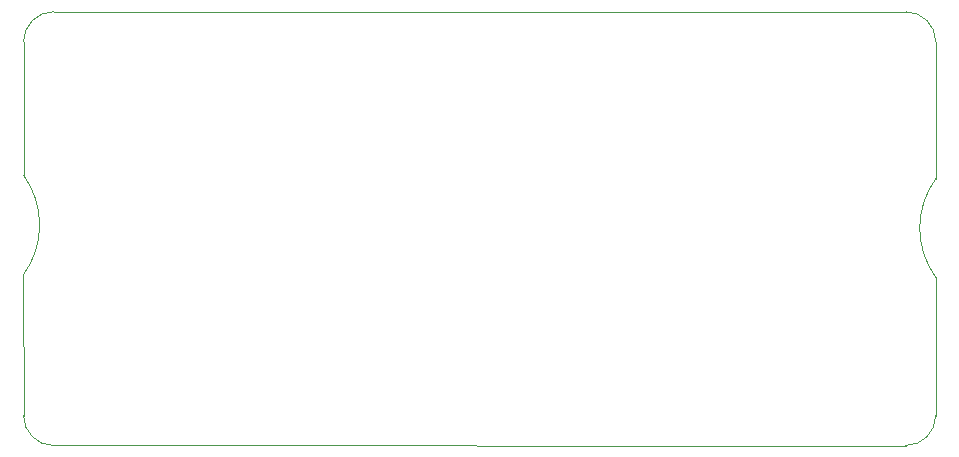
<source format=gm1>
G04 #@! TF.GenerationSoftware,KiCad,Pcbnew,(7.0.0-0)*
G04 #@! TF.CreationDate,2023-03-19T23:12:45+09:00*
G04 #@! TF.ProjectId,SCSIRIDER2TANDEM1,53435349-5249-4444-9552-3254414e4445,rev?*
G04 #@! TF.SameCoordinates,Original*
G04 #@! TF.FileFunction,Profile,NP*
%FSLAX46Y46*%
G04 Gerber Fmt 4.6, Leading zero omitted, Abs format (unit mm)*
G04 Created by KiCad (PCBNEW (7.0.0-0)) date 2023-03-19 23:12:45*
%MOMM*%
%LPD*%
G01*
G04 APERTURE LIST*
G04 #@! TA.AperFunction,Profile*
%ADD10C,0.100000*%
G04 #@! TD*
G04 APERTURE END LIST*
D10*
X180987053Y-124612156D02*
X180983952Y-136313952D01*
X103750003Y-115960003D02*
X103746054Y-104666054D01*
X103738610Y-124400431D02*
G75*
G03*
X103750003Y-115960003I-5830250J4228091D01*
G01*
X180990008Y-116260007D02*
G75*
G03*
X180987053Y-124612156I5705092J-4178093D01*
G01*
X106286054Y-102126054D02*
G75*
G03*
X103746054Y-104666054I46J-2540046D01*
G01*
X103750185Y-136323952D02*
X103738609Y-124400430D01*
X180990003Y-116260003D02*
X180990003Y-104666054D01*
X178443952Y-138853952D02*
X106276082Y-138849849D01*
X103750251Y-136323952D02*
G75*
G03*
X106276082Y-138849849I2525849J-48D01*
G01*
X106286054Y-102126054D02*
X178450003Y-102126054D01*
X180989946Y-104666054D02*
G75*
G03*
X178450003Y-102126054I-2539946J54D01*
G01*
X178443955Y-138853952D02*
G75*
G03*
X180983952Y-136313952I-55J2540052D01*
G01*
M02*

</source>
